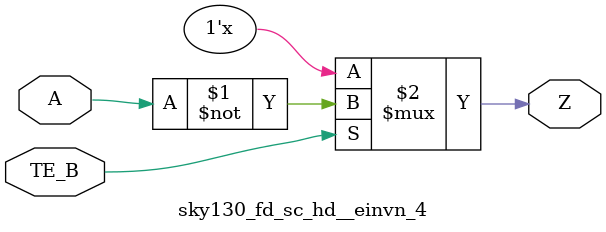
<source format=v>
/*
 * Copyright 2020 The SkyWater PDK Authors
 *
 * Licensed under the Apache License, Version 2.0 (the "License");
 * you may not use this file except in compliance with the License.
 * You may obtain a copy of the License at
 *
 *     https://www.apache.org/licenses/LICENSE-2.0
 *
 * Unless required by applicable law or agreed to in writing, software
 * distributed under the License is distributed on an "AS IS" BASIS,
 * WITHOUT WARRANTIES OR CONDITIONS OF ANY KIND, either express or implied.
 * See the License for the specific language governing permissions and
 * limitations under the License.
 *
 * SPDX-License-Identifier: Apache-2.0
*/


`ifndef SKY130_FD_SC_HD__EINVN_4_FUNCTIONAL_V
`define SKY130_FD_SC_HD__EINVN_4_FUNCTIONAL_V

/**
 * einvn: Tri-state inverter, negative enable.
 *
 * Verilog simulation functional model.
 */

`timescale 1ns / 1ps
`default_nettype none

`celldefine
module sky130_fd_sc_hd__einvn_4 (
    Z   ,
    A   ,
    TE_B
);

    // Module ports
    output Z   ;
    input  A   ;
    input  TE_B;

    //     Name     Output  Other arguments
    notif0 notif00 (Z     , A, TE_B        );

endmodule
`endcelldefine

`default_nettype wire
`endif  // SKY130_FD_SC_HD__EINVN_4_FUNCTIONAL_V

</source>
